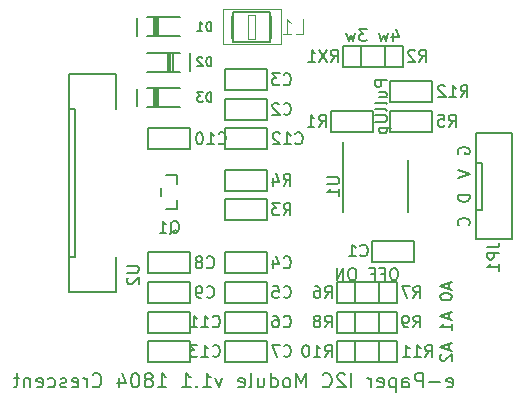
<source format=gbo>
G04 #@! TF.FileFunction,Legend,Bot*
%FSLAX46Y46*%
G04 Gerber Fmt 4.6, Leading zero omitted, Abs format (unit mm)*
G04 Created by KiCad (PCBNEW 4.0.1-stable) date 2018/04/18 7:14:41*
%MOMM*%
G01*
G04 APERTURE LIST*
%ADD10C,0.050000*%
%ADD11C,0.200000*%
%ADD12C,0.180000*%
%ADD13C,0.150000*%
%ADD14C,0.066040*%
%ADD15C,0.050800*%
%ADD16C,0.152400*%
%ADD17C,0.101600*%
G04 APERTURE END LIST*
D10*
D11*
X181464285Y-114035714D02*
X181464285Y-114702381D01*
X181702381Y-113654762D02*
X181940476Y-114369048D01*
X181321428Y-114369048D01*
X181035714Y-114035714D02*
X180845238Y-114702381D01*
X180654761Y-114226190D01*
X180464285Y-114702381D01*
X180273809Y-114035714D01*
X179226190Y-113702381D02*
X178607142Y-113702381D01*
X178940476Y-114083333D01*
X178797618Y-114083333D01*
X178702380Y-114130952D01*
X178654761Y-114178571D01*
X178607142Y-114273810D01*
X178607142Y-114511905D01*
X178654761Y-114607143D01*
X178702380Y-114654762D01*
X178797618Y-114702381D01*
X179083333Y-114702381D01*
X179178571Y-114654762D01*
X179226190Y-114607143D01*
X178273809Y-114035714D02*
X178083333Y-114702381D01*
X177892856Y-114226190D01*
X177702380Y-114702381D01*
X177511904Y-114035714D01*
X180952381Y-118035714D02*
X179952381Y-118035714D01*
X179952381Y-118416667D01*
X180000000Y-118511905D01*
X180047619Y-118559524D01*
X180142857Y-118607143D01*
X180285714Y-118607143D01*
X180380952Y-118559524D01*
X180428571Y-118511905D01*
X180476190Y-118416667D01*
X180476190Y-118035714D01*
X180285714Y-119464286D02*
X180952381Y-119464286D01*
X180285714Y-119035714D02*
X180809524Y-119035714D01*
X180904762Y-119083333D01*
X180952381Y-119178571D01*
X180952381Y-119321429D01*
X180904762Y-119416667D01*
X180857143Y-119464286D01*
X180952381Y-120083333D02*
X180904762Y-119988095D01*
X180809524Y-119940476D01*
X179952381Y-119940476D01*
X180952381Y-120607143D02*
X180904762Y-120511905D01*
X180809524Y-120464286D01*
X179952381Y-120464286D01*
X179952381Y-120988096D02*
X180761905Y-120988096D01*
X180857143Y-121035715D01*
X180904762Y-121083334D01*
X180952381Y-121178572D01*
X180952381Y-121369049D01*
X180904762Y-121464287D01*
X180857143Y-121511906D01*
X180761905Y-121559525D01*
X179952381Y-121559525D01*
X180285714Y-122035715D02*
X181285714Y-122035715D01*
X180333333Y-122035715D02*
X180285714Y-122130953D01*
X180285714Y-122321430D01*
X180333333Y-122416668D01*
X180380952Y-122464287D01*
X180476190Y-122511906D01*
X180761905Y-122511906D01*
X180857143Y-122464287D01*
X180904762Y-122416668D01*
X180952381Y-122321430D01*
X180952381Y-122130953D01*
X180904762Y-122035715D01*
X181630953Y-133952381D02*
X181440476Y-133952381D01*
X181345238Y-134000000D01*
X181250000Y-134095238D01*
X181202381Y-134285714D01*
X181202381Y-134619048D01*
X181250000Y-134809524D01*
X181345238Y-134904762D01*
X181440476Y-134952381D01*
X181630953Y-134952381D01*
X181726191Y-134904762D01*
X181821429Y-134809524D01*
X181869048Y-134619048D01*
X181869048Y-134285714D01*
X181821429Y-134095238D01*
X181726191Y-134000000D01*
X181630953Y-133952381D01*
X180440476Y-134428571D02*
X180773810Y-134428571D01*
X180773810Y-134952381D02*
X180773810Y-133952381D01*
X180297619Y-133952381D01*
X179583333Y-134428571D02*
X179916667Y-134428571D01*
X179916667Y-134952381D02*
X179916667Y-133952381D01*
X179440476Y-133952381D01*
X178107143Y-133952381D02*
X177916666Y-133952381D01*
X177821428Y-134000000D01*
X177726190Y-134095238D01*
X177678571Y-134285714D01*
X177678571Y-134619048D01*
X177726190Y-134809524D01*
X177821428Y-134904762D01*
X177916666Y-134952381D01*
X178107143Y-134952381D01*
X178202381Y-134904762D01*
X178297619Y-134809524D01*
X178345238Y-134619048D01*
X178345238Y-134285714D01*
X178297619Y-134095238D01*
X178202381Y-134000000D01*
X178107143Y-133952381D01*
X177250000Y-134952381D02*
X177250000Y-133952381D01*
X176678571Y-134952381D01*
X176678571Y-133952381D01*
X186166667Y-135214285D02*
X186166667Y-135690476D01*
X186452381Y-135119047D02*
X185452381Y-135452380D01*
X186452381Y-135785714D01*
X185452381Y-136309523D02*
X185452381Y-136404762D01*
X185500000Y-136500000D01*
X185547619Y-136547619D01*
X185642857Y-136595238D01*
X185833333Y-136642857D01*
X186071429Y-136642857D01*
X186261905Y-136595238D01*
X186357143Y-136547619D01*
X186404762Y-136500000D01*
X186452381Y-136404762D01*
X186452381Y-136309523D01*
X186404762Y-136214285D01*
X186357143Y-136166666D01*
X186261905Y-136119047D01*
X186071429Y-136071428D01*
X185833333Y-136071428D01*
X185642857Y-136119047D01*
X185547619Y-136166666D01*
X185500000Y-136214285D01*
X185452381Y-136309523D01*
X186166667Y-137785714D02*
X186166667Y-138261905D01*
X186452381Y-137690476D02*
X185452381Y-138023809D01*
X186452381Y-138357143D01*
X186452381Y-139214286D02*
X186452381Y-138642857D01*
X186452381Y-138928571D02*
X185452381Y-138928571D01*
X185595238Y-138833333D01*
X185690476Y-138738095D01*
X185738095Y-138642857D01*
X186166667Y-140357143D02*
X186166667Y-140833334D01*
X186452381Y-140261905D02*
X185452381Y-140595238D01*
X186452381Y-140928572D01*
X185547619Y-141214286D02*
X185500000Y-141261905D01*
X185452381Y-141357143D01*
X185452381Y-141595239D01*
X185500000Y-141690477D01*
X185547619Y-141738096D01*
X185642857Y-141785715D01*
X185738095Y-141785715D01*
X185880952Y-141738096D01*
X186452381Y-141166667D01*
X186452381Y-141785715D01*
X186028570Y-143985714D02*
X186142856Y-144042857D01*
X186371427Y-144042857D01*
X186485713Y-143985714D01*
X186542856Y-143871429D01*
X186542856Y-143414286D01*
X186485713Y-143300000D01*
X186371427Y-143242857D01*
X186142856Y-143242857D01*
X186028570Y-143300000D01*
X185971427Y-143414286D01*
X185971427Y-143528571D01*
X186542856Y-143642857D01*
X185457142Y-143585714D02*
X184542856Y-143585714D01*
X183971428Y-144042857D02*
X183971428Y-142842857D01*
X183514285Y-142842857D01*
X183399999Y-142900000D01*
X183342856Y-142957143D01*
X183285713Y-143071429D01*
X183285713Y-143242857D01*
X183342856Y-143357143D01*
X183399999Y-143414286D01*
X183514285Y-143471429D01*
X183971428Y-143471429D01*
X182257142Y-144042857D02*
X182257142Y-143414286D01*
X182314285Y-143300000D01*
X182428571Y-143242857D01*
X182657142Y-143242857D01*
X182771428Y-143300000D01*
X182257142Y-143985714D02*
X182371428Y-144042857D01*
X182657142Y-144042857D01*
X182771428Y-143985714D01*
X182828571Y-143871429D01*
X182828571Y-143757143D01*
X182771428Y-143642857D01*
X182657142Y-143585714D01*
X182371428Y-143585714D01*
X182257142Y-143528571D01*
X181685714Y-143242857D02*
X181685714Y-144442857D01*
X181685714Y-143300000D02*
X181571428Y-143242857D01*
X181342857Y-143242857D01*
X181228571Y-143300000D01*
X181171428Y-143357143D01*
X181114285Y-143471429D01*
X181114285Y-143814286D01*
X181171428Y-143928571D01*
X181228571Y-143985714D01*
X181342857Y-144042857D01*
X181571428Y-144042857D01*
X181685714Y-143985714D01*
X180142857Y-143985714D02*
X180257143Y-144042857D01*
X180485714Y-144042857D01*
X180600000Y-143985714D01*
X180657143Y-143871429D01*
X180657143Y-143414286D01*
X180600000Y-143300000D01*
X180485714Y-143242857D01*
X180257143Y-143242857D01*
X180142857Y-143300000D01*
X180085714Y-143414286D01*
X180085714Y-143528571D01*
X180657143Y-143642857D01*
X179571429Y-144042857D02*
X179571429Y-143242857D01*
X179571429Y-143471429D02*
X179514286Y-143357143D01*
X179457143Y-143300000D01*
X179342857Y-143242857D01*
X179228572Y-143242857D01*
X177914286Y-144042857D02*
X177914286Y-142842857D01*
X177400000Y-142957143D02*
X177342857Y-142900000D01*
X177228571Y-142842857D01*
X176942857Y-142842857D01*
X176828571Y-142900000D01*
X176771428Y-142957143D01*
X176714285Y-143071429D01*
X176714285Y-143185714D01*
X176771428Y-143357143D01*
X177457142Y-144042857D01*
X176714285Y-144042857D01*
X175514285Y-143928571D02*
X175571428Y-143985714D01*
X175742857Y-144042857D01*
X175857143Y-144042857D01*
X176028571Y-143985714D01*
X176142857Y-143871429D01*
X176200000Y-143757143D01*
X176257143Y-143528571D01*
X176257143Y-143357143D01*
X176200000Y-143128571D01*
X176142857Y-143014286D01*
X176028571Y-142900000D01*
X175857143Y-142842857D01*
X175742857Y-142842857D01*
X175571428Y-142900000D01*
X175514285Y-142957143D01*
X174085714Y-144042857D02*
X174085714Y-142842857D01*
X173685714Y-143700000D01*
X173285714Y-142842857D01*
X173285714Y-144042857D01*
X172542856Y-144042857D02*
X172657142Y-143985714D01*
X172714285Y-143928571D01*
X172771428Y-143814286D01*
X172771428Y-143471429D01*
X172714285Y-143357143D01*
X172657142Y-143300000D01*
X172542856Y-143242857D01*
X172371428Y-143242857D01*
X172257142Y-143300000D01*
X172199999Y-143357143D01*
X172142856Y-143471429D01*
X172142856Y-143814286D01*
X172199999Y-143928571D01*
X172257142Y-143985714D01*
X172371428Y-144042857D01*
X172542856Y-144042857D01*
X171114285Y-144042857D02*
X171114285Y-142842857D01*
X171114285Y-143985714D02*
X171228571Y-144042857D01*
X171457142Y-144042857D01*
X171571428Y-143985714D01*
X171628571Y-143928571D01*
X171685714Y-143814286D01*
X171685714Y-143471429D01*
X171628571Y-143357143D01*
X171571428Y-143300000D01*
X171457142Y-143242857D01*
X171228571Y-143242857D01*
X171114285Y-143300000D01*
X170028571Y-143242857D02*
X170028571Y-144042857D01*
X170542857Y-143242857D02*
X170542857Y-143871429D01*
X170485714Y-143985714D01*
X170371428Y-144042857D01*
X170200000Y-144042857D01*
X170085714Y-143985714D01*
X170028571Y-143928571D01*
X169285714Y-144042857D02*
X169400000Y-143985714D01*
X169457143Y-143871429D01*
X169457143Y-142842857D01*
X168371429Y-143985714D02*
X168485715Y-144042857D01*
X168714286Y-144042857D01*
X168828572Y-143985714D01*
X168885715Y-143871429D01*
X168885715Y-143414286D01*
X168828572Y-143300000D01*
X168714286Y-143242857D01*
X168485715Y-143242857D01*
X168371429Y-143300000D01*
X168314286Y-143414286D01*
X168314286Y-143528571D01*
X168885715Y-143642857D01*
X167000000Y-143242857D02*
X166714286Y-144042857D01*
X166428572Y-143242857D01*
X165342857Y-144042857D02*
X166028572Y-144042857D01*
X165685714Y-144042857D02*
X165685714Y-142842857D01*
X165800000Y-143014286D01*
X165914286Y-143128571D01*
X166028572Y-143185714D01*
X164828572Y-143928571D02*
X164771429Y-143985714D01*
X164828572Y-144042857D01*
X164885715Y-143985714D01*
X164828572Y-143928571D01*
X164828572Y-144042857D01*
X163628571Y-144042857D02*
X164314286Y-144042857D01*
X163971428Y-144042857D02*
X163971428Y-142842857D01*
X164085714Y-143014286D01*
X164200000Y-143128571D01*
X164314286Y-143185714D01*
X161571428Y-144042857D02*
X162257143Y-144042857D01*
X161914285Y-144042857D02*
X161914285Y-142842857D01*
X162028571Y-143014286D01*
X162142857Y-143128571D01*
X162257143Y-143185714D01*
X160885714Y-143357143D02*
X161000000Y-143300000D01*
X161057143Y-143242857D01*
X161114286Y-143128571D01*
X161114286Y-143071429D01*
X161057143Y-142957143D01*
X161000000Y-142900000D01*
X160885714Y-142842857D01*
X160657143Y-142842857D01*
X160542857Y-142900000D01*
X160485714Y-142957143D01*
X160428571Y-143071429D01*
X160428571Y-143128571D01*
X160485714Y-143242857D01*
X160542857Y-143300000D01*
X160657143Y-143357143D01*
X160885714Y-143357143D01*
X161000000Y-143414286D01*
X161057143Y-143471429D01*
X161114286Y-143585714D01*
X161114286Y-143814286D01*
X161057143Y-143928571D01*
X161000000Y-143985714D01*
X160885714Y-144042857D01*
X160657143Y-144042857D01*
X160542857Y-143985714D01*
X160485714Y-143928571D01*
X160428571Y-143814286D01*
X160428571Y-143585714D01*
X160485714Y-143471429D01*
X160542857Y-143414286D01*
X160657143Y-143357143D01*
X159685714Y-142842857D02*
X159571429Y-142842857D01*
X159457143Y-142900000D01*
X159400000Y-142957143D01*
X159342857Y-143071429D01*
X159285714Y-143300000D01*
X159285714Y-143585714D01*
X159342857Y-143814286D01*
X159400000Y-143928571D01*
X159457143Y-143985714D01*
X159571429Y-144042857D01*
X159685714Y-144042857D01*
X159800000Y-143985714D01*
X159857143Y-143928571D01*
X159914286Y-143814286D01*
X159971429Y-143585714D01*
X159971429Y-143300000D01*
X159914286Y-143071429D01*
X159857143Y-142957143D01*
X159800000Y-142900000D01*
X159685714Y-142842857D01*
X158257143Y-143242857D02*
X158257143Y-144042857D01*
X158542857Y-142785714D02*
X158828572Y-143642857D01*
X158085714Y-143642857D01*
X156028571Y-143928571D02*
X156085714Y-143985714D01*
X156257143Y-144042857D01*
X156371429Y-144042857D01*
X156542857Y-143985714D01*
X156657143Y-143871429D01*
X156714286Y-143757143D01*
X156771429Y-143528571D01*
X156771429Y-143357143D01*
X156714286Y-143128571D01*
X156657143Y-143014286D01*
X156542857Y-142900000D01*
X156371429Y-142842857D01*
X156257143Y-142842857D01*
X156085714Y-142900000D01*
X156028571Y-142957143D01*
X155514286Y-144042857D02*
X155514286Y-143242857D01*
X155514286Y-143471429D02*
X155457143Y-143357143D01*
X155400000Y-143300000D01*
X155285714Y-143242857D01*
X155171429Y-143242857D01*
X154314286Y-143985714D02*
X154428572Y-144042857D01*
X154657143Y-144042857D01*
X154771429Y-143985714D01*
X154828572Y-143871429D01*
X154828572Y-143414286D01*
X154771429Y-143300000D01*
X154657143Y-143242857D01*
X154428572Y-143242857D01*
X154314286Y-143300000D01*
X154257143Y-143414286D01*
X154257143Y-143528571D01*
X154828572Y-143642857D01*
X153800001Y-143985714D02*
X153685715Y-144042857D01*
X153457143Y-144042857D01*
X153342858Y-143985714D01*
X153285715Y-143871429D01*
X153285715Y-143814286D01*
X153342858Y-143700000D01*
X153457143Y-143642857D01*
X153628572Y-143642857D01*
X153742858Y-143585714D01*
X153800001Y-143471429D01*
X153800001Y-143414286D01*
X153742858Y-143300000D01*
X153628572Y-143242857D01*
X153457143Y-143242857D01*
X153342858Y-143300000D01*
X152257143Y-143985714D02*
X152371429Y-144042857D01*
X152600000Y-144042857D01*
X152714286Y-143985714D01*
X152771429Y-143928571D01*
X152828572Y-143814286D01*
X152828572Y-143471429D01*
X152771429Y-143357143D01*
X152714286Y-143300000D01*
X152600000Y-143242857D01*
X152371429Y-143242857D01*
X152257143Y-143300000D01*
X151285715Y-143985714D02*
X151400001Y-144042857D01*
X151628572Y-144042857D01*
X151742858Y-143985714D01*
X151800001Y-143871429D01*
X151800001Y-143414286D01*
X151742858Y-143300000D01*
X151628572Y-143242857D01*
X151400001Y-143242857D01*
X151285715Y-143300000D01*
X151228572Y-143414286D01*
X151228572Y-143528571D01*
X151800001Y-143642857D01*
X150714287Y-143242857D02*
X150714287Y-144042857D01*
X150714287Y-143357143D02*
X150657144Y-143300000D01*
X150542858Y-143242857D01*
X150371430Y-143242857D01*
X150257144Y-143300000D01*
X150200001Y-143414286D01*
X150200001Y-144042857D01*
X149800001Y-143242857D02*
X149342858Y-143242857D01*
X149628573Y-142842857D02*
X149628573Y-143871429D01*
X149571430Y-143985714D01*
X149457144Y-144042857D01*
X149342858Y-144042857D01*
D12*
X179722000Y-133389000D02*
X183278000Y-133389000D01*
X183278000Y-133389000D02*
X183278000Y-131611000D01*
X183278000Y-131611000D02*
X179722000Y-131611000D01*
X179722000Y-131611000D02*
X179722000Y-133389000D01*
X170778000Y-119611000D02*
X167222000Y-119611000D01*
X167222000Y-119611000D02*
X167222000Y-121389000D01*
X167222000Y-121389000D02*
X170778000Y-121389000D01*
X170778000Y-121389000D02*
X170778000Y-119611000D01*
X167222000Y-118889000D02*
X170778000Y-118889000D01*
X170778000Y-118889000D02*
X170778000Y-117111000D01*
X170778000Y-117111000D02*
X167222000Y-117111000D01*
X167222000Y-117111000D02*
X167222000Y-118889000D01*
X167222000Y-134389000D02*
X170778000Y-134389000D01*
X170778000Y-134389000D02*
X170778000Y-132611000D01*
X170778000Y-132611000D02*
X167222000Y-132611000D01*
X167222000Y-132611000D02*
X167222000Y-134389000D01*
X167222000Y-136889000D02*
X170778000Y-136889000D01*
X170778000Y-136889000D02*
X170778000Y-135111000D01*
X170778000Y-135111000D02*
X167222000Y-135111000D01*
X167222000Y-135111000D02*
X167222000Y-136889000D01*
X167222000Y-139389000D02*
X170778000Y-139389000D01*
X170778000Y-139389000D02*
X170778000Y-137611000D01*
X170778000Y-137611000D02*
X167222000Y-137611000D01*
X167222000Y-137611000D02*
X167222000Y-139389000D01*
X167222000Y-141889000D02*
X170778000Y-141889000D01*
X170778000Y-141889000D02*
X170778000Y-140111000D01*
X170778000Y-140111000D02*
X167222000Y-140111000D01*
X167222000Y-140111000D02*
X167222000Y-141889000D01*
X160722000Y-134389000D02*
X164278000Y-134389000D01*
X164278000Y-134389000D02*
X164278000Y-132611000D01*
X164278000Y-132611000D02*
X160722000Y-132611000D01*
X160722000Y-132611000D02*
X160722000Y-134389000D01*
X160722000Y-136889000D02*
X164278000Y-136889000D01*
X164278000Y-136889000D02*
X164278000Y-135111000D01*
X164278000Y-135111000D02*
X160722000Y-135111000D01*
X160722000Y-135111000D02*
X160722000Y-136889000D01*
X160722000Y-123889000D02*
X164278000Y-123889000D01*
X164278000Y-123889000D02*
X164278000Y-122111000D01*
X164278000Y-122111000D02*
X160722000Y-122111000D01*
X160722000Y-122111000D02*
X160722000Y-123889000D01*
X160722000Y-139389000D02*
X164278000Y-139389000D01*
X164278000Y-139389000D02*
X164278000Y-137611000D01*
X164278000Y-137611000D02*
X160722000Y-137611000D01*
X160722000Y-137611000D02*
X160722000Y-139389000D01*
X167222000Y-123889000D02*
X170778000Y-123889000D01*
X170778000Y-123889000D02*
X170778000Y-122111000D01*
X170778000Y-122111000D02*
X167222000Y-122111000D01*
X167222000Y-122111000D02*
X167222000Y-123889000D01*
X160722000Y-141889000D02*
X164278000Y-141889000D01*
X164278000Y-141889000D02*
X164278000Y-140111000D01*
X164278000Y-140111000D02*
X160722000Y-140111000D01*
X160722000Y-140111000D02*
X160722000Y-141889000D01*
D13*
X188500000Y-125000000D02*
X189000000Y-125000000D01*
X189000000Y-125000000D02*
X189000000Y-129000000D01*
X189000000Y-129000000D02*
X188500000Y-129000000D01*
X188500000Y-127000000D02*
X188500000Y-131500000D01*
X188500000Y-131500000D02*
X191500000Y-131500000D01*
X191500000Y-131500000D02*
X191500000Y-122500000D01*
X191500000Y-122500000D02*
X188500000Y-122500000D01*
X188500000Y-122500000D02*
X188500000Y-127000000D01*
D14*
X169200280Y-112501780D02*
X169799720Y-112501780D01*
X169799720Y-112501780D02*
X169799720Y-114498220D01*
X169200280Y-114498220D02*
X169799720Y-114498220D01*
X169200280Y-112501780D02*
X169200280Y-114498220D01*
D15*
X167028580Y-114980820D02*
X171971420Y-114980820D01*
X171971420Y-112019180D02*
X167028580Y-112019180D01*
X167028580Y-112019180D02*
X167028580Y-114980820D01*
X171971420Y-114980820D02*
X171971420Y-112019180D01*
D16*
X167925200Y-114770000D02*
X171074800Y-114770000D01*
X171074800Y-114770000D02*
X171074800Y-112230000D01*
X171074800Y-112230000D02*
X167925200Y-112230000D01*
X167925200Y-112230000D02*
X167925200Y-114770000D01*
X167849000Y-114439800D02*
X167849000Y-112560200D01*
X171151000Y-114439800D02*
X171151000Y-112560200D01*
D12*
X163150000Y-128950000D02*
X163150000Y-128150000D01*
X163150000Y-126050000D02*
X163150000Y-126850000D01*
X163150000Y-128950000D02*
X162200000Y-128950000D01*
X163150000Y-126050000D02*
X162200000Y-126050000D01*
X161850000Y-127850000D02*
X161850000Y-127150000D01*
X176222000Y-122389000D02*
X179778000Y-122389000D01*
X179778000Y-122389000D02*
X179778000Y-120611000D01*
X179778000Y-120611000D02*
X176222000Y-120611000D01*
X176222000Y-120611000D02*
X176222000Y-122389000D01*
X178722000Y-116889000D02*
X182278000Y-116889000D01*
X182278000Y-116889000D02*
X182278000Y-115111000D01*
X182278000Y-115111000D02*
X178722000Y-115111000D01*
X178722000Y-115111000D02*
X178722000Y-116889000D01*
X167222000Y-129889000D02*
X170778000Y-129889000D01*
X170778000Y-129889000D02*
X170778000Y-128111000D01*
X170778000Y-128111000D02*
X167222000Y-128111000D01*
X167222000Y-128111000D02*
X167222000Y-129889000D01*
X167222000Y-127389000D02*
X170778000Y-127389000D01*
X170778000Y-127389000D02*
X170778000Y-125611000D01*
X170778000Y-125611000D02*
X167222000Y-125611000D01*
X167222000Y-125611000D02*
X167222000Y-127389000D01*
X176722000Y-136889000D02*
X180278000Y-136889000D01*
X180278000Y-136889000D02*
X180278000Y-135111000D01*
X180278000Y-135111000D02*
X176722000Y-135111000D01*
X176722000Y-135111000D02*
X176722000Y-136889000D01*
X178222000Y-136889000D02*
X181778000Y-136889000D01*
X181778000Y-136889000D02*
X181778000Y-135111000D01*
X181778000Y-135111000D02*
X178222000Y-135111000D01*
X178222000Y-135111000D02*
X178222000Y-136889000D01*
X176722000Y-139389000D02*
X180278000Y-139389000D01*
X180278000Y-139389000D02*
X180278000Y-137611000D01*
X180278000Y-137611000D02*
X176722000Y-137611000D01*
X176722000Y-137611000D02*
X176722000Y-139389000D01*
X178222000Y-139389000D02*
X181778000Y-139389000D01*
X181778000Y-139389000D02*
X181778000Y-137611000D01*
X181778000Y-137611000D02*
X178222000Y-137611000D01*
X178222000Y-137611000D02*
X178222000Y-139389000D01*
X176722000Y-141889000D02*
X180278000Y-141889000D01*
X180278000Y-141889000D02*
X180278000Y-140111000D01*
X180278000Y-140111000D02*
X176722000Y-140111000D01*
X176722000Y-140111000D02*
X176722000Y-141889000D01*
X178222000Y-141889000D02*
X181778000Y-141889000D01*
X181778000Y-141889000D02*
X181778000Y-140111000D01*
X181778000Y-140111000D02*
X178222000Y-140111000D01*
X178222000Y-140111000D02*
X178222000Y-141889000D01*
X177222000Y-116889000D02*
X180778000Y-116889000D01*
X180778000Y-116889000D02*
X180778000Y-115111000D01*
X180778000Y-115111000D02*
X177222000Y-115111000D01*
X177222000Y-115111000D02*
X177222000Y-116889000D01*
D13*
X182725000Y-124800000D02*
X182725000Y-129200000D01*
X177200000Y-123225000D02*
X177200000Y-129200000D01*
X154500000Y-120500000D02*
X154000000Y-120500000D01*
X154500000Y-133000000D02*
X154000000Y-133000000D01*
X154500000Y-133000000D02*
X154500000Y-120500000D01*
X158000000Y-136000000D02*
X158000000Y-133000000D01*
X158000000Y-136000000D02*
X154000000Y-136000000D01*
X154000000Y-136000000D02*
X154000000Y-117500000D01*
X154000000Y-117500000D02*
X158000000Y-117500000D01*
X158000000Y-117500000D02*
X158000000Y-120500000D01*
X159750000Y-114250000D02*
X159750000Y-112750000D01*
X163400000Y-112700000D02*
X160600000Y-112700000D01*
X161600000Y-114300000D02*
X161600000Y-112700000D01*
X161400000Y-112700000D02*
X161400000Y-114300000D01*
X161200000Y-114300000D02*
X161200000Y-112700000D01*
X160600000Y-114300000D02*
X163400000Y-114300000D01*
X164250000Y-115750000D02*
X164250000Y-117250000D01*
X160600000Y-117300000D02*
X163400000Y-117300000D01*
X162400000Y-115700000D02*
X162400000Y-117300000D01*
X162600000Y-117300000D02*
X162600000Y-115700000D01*
X162800000Y-115700000D02*
X162800000Y-117300000D01*
X163400000Y-115700000D02*
X160600000Y-115700000D01*
X159750000Y-120250000D02*
X159750000Y-118750000D01*
X163400000Y-118700000D02*
X160600000Y-118700000D01*
X161600000Y-120300000D02*
X161600000Y-118700000D01*
X161400000Y-118700000D02*
X161400000Y-120300000D01*
X161200000Y-120300000D02*
X161200000Y-118700000D01*
X160600000Y-120300000D02*
X163400000Y-120300000D01*
D12*
X181222000Y-122389000D02*
X184778000Y-122389000D01*
X184778000Y-122389000D02*
X184778000Y-120611000D01*
X184778000Y-120611000D02*
X181222000Y-120611000D01*
X181222000Y-120611000D02*
X181222000Y-122389000D01*
X181222000Y-119889000D02*
X184778000Y-119889000D01*
X184778000Y-119889000D02*
X184778000Y-118111000D01*
X184778000Y-118111000D02*
X181222000Y-118111000D01*
X181222000Y-118111000D02*
X181222000Y-119889000D01*
X178690476Y-132857143D02*
X178738095Y-132904762D01*
X178880952Y-132952381D01*
X178976190Y-132952381D01*
X179119048Y-132904762D01*
X179214286Y-132809524D01*
X179261905Y-132714286D01*
X179309524Y-132523810D01*
X179309524Y-132380952D01*
X179261905Y-132190476D01*
X179214286Y-132095238D01*
X179119048Y-132000000D01*
X178976190Y-131952381D01*
X178880952Y-131952381D01*
X178738095Y-132000000D01*
X178690476Y-132047619D01*
X177738095Y-132952381D02*
X178309524Y-132952381D01*
X178023810Y-132952381D02*
X178023810Y-131952381D01*
X178119048Y-132095238D01*
X178214286Y-132190476D01*
X178309524Y-132238095D01*
X172190476Y-120857143D02*
X172238095Y-120904762D01*
X172380952Y-120952381D01*
X172476190Y-120952381D01*
X172619048Y-120904762D01*
X172714286Y-120809524D01*
X172761905Y-120714286D01*
X172809524Y-120523810D01*
X172809524Y-120380952D01*
X172761905Y-120190476D01*
X172714286Y-120095238D01*
X172619048Y-120000000D01*
X172476190Y-119952381D01*
X172380952Y-119952381D01*
X172238095Y-120000000D01*
X172190476Y-120047619D01*
X171809524Y-120047619D02*
X171761905Y-120000000D01*
X171666667Y-119952381D01*
X171428571Y-119952381D01*
X171333333Y-120000000D01*
X171285714Y-120047619D01*
X171238095Y-120142857D01*
X171238095Y-120238095D01*
X171285714Y-120380952D01*
X171857143Y-120952381D01*
X171238095Y-120952381D01*
X172190476Y-118357143D02*
X172238095Y-118404762D01*
X172380952Y-118452381D01*
X172476190Y-118452381D01*
X172619048Y-118404762D01*
X172714286Y-118309524D01*
X172761905Y-118214286D01*
X172809524Y-118023810D01*
X172809524Y-117880952D01*
X172761905Y-117690476D01*
X172714286Y-117595238D01*
X172619048Y-117500000D01*
X172476190Y-117452381D01*
X172380952Y-117452381D01*
X172238095Y-117500000D01*
X172190476Y-117547619D01*
X171857143Y-117452381D02*
X171238095Y-117452381D01*
X171571429Y-117833333D01*
X171428571Y-117833333D01*
X171333333Y-117880952D01*
X171285714Y-117928571D01*
X171238095Y-118023810D01*
X171238095Y-118261905D01*
X171285714Y-118357143D01*
X171333333Y-118404762D01*
X171428571Y-118452381D01*
X171714286Y-118452381D01*
X171809524Y-118404762D01*
X171857143Y-118357143D01*
X172190476Y-133857143D02*
X172238095Y-133904762D01*
X172380952Y-133952381D01*
X172476190Y-133952381D01*
X172619048Y-133904762D01*
X172714286Y-133809524D01*
X172761905Y-133714286D01*
X172809524Y-133523810D01*
X172809524Y-133380952D01*
X172761905Y-133190476D01*
X172714286Y-133095238D01*
X172619048Y-133000000D01*
X172476190Y-132952381D01*
X172380952Y-132952381D01*
X172238095Y-133000000D01*
X172190476Y-133047619D01*
X171333333Y-133285714D02*
X171333333Y-133952381D01*
X171571429Y-132904762D02*
X171809524Y-133619048D01*
X171190476Y-133619048D01*
X172190476Y-136357143D02*
X172238095Y-136404762D01*
X172380952Y-136452381D01*
X172476190Y-136452381D01*
X172619048Y-136404762D01*
X172714286Y-136309524D01*
X172761905Y-136214286D01*
X172809524Y-136023810D01*
X172809524Y-135880952D01*
X172761905Y-135690476D01*
X172714286Y-135595238D01*
X172619048Y-135500000D01*
X172476190Y-135452381D01*
X172380952Y-135452381D01*
X172238095Y-135500000D01*
X172190476Y-135547619D01*
X171285714Y-135452381D02*
X171761905Y-135452381D01*
X171809524Y-135928571D01*
X171761905Y-135880952D01*
X171666667Y-135833333D01*
X171428571Y-135833333D01*
X171333333Y-135880952D01*
X171285714Y-135928571D01*
X171238095Y-136023810D01*
X171238095Y-136261905D01*
X171285714Y-136357143D01*
X171333333Y-136404762D01*
X171428571Y-136452381D01*
X171666667Y-136452381D01*
X171761905Y-136404762D01*
X171809524Y-136357143D01*
X172190476Y-138857143D02*
X172238095Y-138904762D01*
X172380952Y-138952381D01*
X172476190Y-138952381D01*
X172619048Y-138904762D01*
X172714286Y-138809524D01*
X172761905Y-138714286D01*
X172809524Y-138523810D01*
X172809524Y-138380952D01*
X172761905Y-138190476D01*
X172714286Y-138095238D01*
X172619048Y-138000000D01*
X172476190Y-137952381D01*
X172380952Y-137952381D01*
X172238095Y-138000000D01*
X172190476Y-138047619D01*
X171333333Y-137952381D02*
X171523810Y-137952381D01*
X171619048Y-138000000D01*
X171666667Y-138047619D01*
X171761905Y-138190476D01*
X171809524Y-138380952D01*
X171809524Y-138761905D01*
X171761905Y-138857143D01*
X171714286Y-138904762D01*
X171619048Y-138952381D01*
X171428571Y-138952381D01*
X171333333Y-138904762D01*
X171285714Y-138857143D01*
X171238095Y-138761905D01*
X171238095Y-138523810D01*
X171285714Y-138428571D01*
X171333333Y-138380952D01*
X171428571Y-138333333D01*
X171619048Y-138333333D01*
X171714286Y-138380952D01*
X171761905Y-138428571D01*
X171809524Y-138523810D01*
X172190476Y-141357143D02*
X172238095Y-141404762D01*
X172380952Y-141452381D01*
X172476190Y-141452381D01*
X172619048Y-141404762D01*
X172714286Y-141309524D01*
X172761905Y-141214286D01*
X172809524Y-141023810D01*
X172809524Y-140880952D01*
X172761905Y-140690476D01*
X172714286Y-140595238D01*
X172619048Y-140500000D01*
X172476190Y-140452381D01*
X172380952Y-140452381D01*
X172238095Y-140500000D01*
X172190476Y-140547619D01*
X171857143Y-140452381D02*
X171190476Y-140452381D01*
X171619048Y-141452381D01*
X165690476Y-133857143D02*
X165738095Y-133904762D01*
X165880952Y-133952381D01*
X165976190Y-133952381D01*
X166119048Y-133904762D01*
X166214286Y-133809524D01*
X166261905Y-133714286D01*
X166309524Y-133523810D01*
X166309524Y-133380952D01*
X166261905Y-133190476D01*
X166214286Y-133095238D01*
X166119048Y-133000000D01*
X165976190Y-132952381D01*
X165880952Y-132952381D01*
X165738095Y-133000000D01*
X165690476Y-133047619D01*
X165119048Y-133380952D02*
X165214286Y-133333333D01*
X165261905Y-133285714D01*
X165309524Y-133190476D01*
X165309524Y-133142857D01*
X165261905Y-133047619D01*
X165214286Y-133000000D01*
X165119048Y-132952381D01*
X164928571Y-132952381D01*
X164833333Y-133000000D01*
X164785714Y-133047619D01*
X164738095Y-133142857D01*
X164738095Y-133190476D01*
X164785714Y-133285714D01*
X164833333Y-133333333D01*
X164928571Y-133380952D01*
X165119048Y-133380952D01*
X165214286Y-133428571D01*
X165261905Y-133476190D01*
X165309524Y-133571429D01*
X165309524Y-133761905D01*
X165261905Y-133857143D01*
X165214286Y-133904762D01*
X165119048Y-133952381D01*
X164928571Y-133952381D01*
X164833333Y-133904762D01*
X164785714Y-133857143D01*
X164738095Y-133761905D01*
X164738095Y-133571429D01*
X164785714Y-133476190D01*
X164833333Y-133428571D01*
X164928571Y-133380952D01*
X165690476Y-136357143D02*
X165738095Y-136404762D01*
X165880952Y-136452381D01*
X165976190Y-136452381D01*
X166119048Y-136404762D01*
X166214286Y-136309524D01*
X166261905Y-136214286D01*
X166309524Y-136023810D01*
X166309524Y-135880952D01*
X166261905Y-135690476D01*
X166214286Y-135595238D01*
X166119048Y-135500000D01*
X165976190Y-135452381D01*
X165880952Y-135452381D01*
X165738095Y-135500000D01*
X165690476Y-135547619D01*
X165214286Y-136452381D02*
X165023810Y-136452381D01*
X164928571Y-136404762D01*
X164880952Y-136357143D01*
X164785714Y-136214286D01*
X164738095Y-136023810D01*
X164738095Y-135642857D01*
X164785714Y-135547619D01*
X164833333Y-135500000D01*
X164928571Y-135452381D01*
X165119048Y-135452381D01*
X165214286Y-135500000D01*
X165261905Y-135547619D01*
X165309524Y-135642857D01*
X165309524Y-135880952D01*
X165261905Y-135976190D01*
X165214286Y-136023810D01*
X165119048Y-136071429D01*
X164928571Y-136071429D01*
X164833333Y-136023810D01*
X164785714Y-135976190D01*
X164738095Y-135880952D01*
X166690476Y-123357143D02*
X166738095Y-123404762D01*
X166880952Y-123452381D01*
X166976190Y-123452381D01*
X167119048Y-123404762D01*
X167214286Y-123309524D01*
X167261905Y-123214286D01*
X167309524Y-123023810D01*
X167309524Y-122880952D01*
X167261905Y-122690476D01*
X167214286Y-122595238D01*
X167119048Y-122500000D01*
X166976190Y-122452381D01*
X166880952Y-122452381D01*
X166738095Y-122500000D01*
X166690476Y-122547619D01*
X165738095Y-123452381D02*
X166309524Y-123452381D01*
X166023810Y-123452381D02*
X166023810Y-122452381D01*
X166119048Y-122595238D01*
X166214286Y-122690476D01*
X166309524Y-122738095D01*
X165119048Y-122452381D02*
X165023809Y-122452381D01*
X164928571Y-122500000D01*
X164880952Y-122547619D01*
X164833333Y-122642857D01*
X164785714Y-122833333D01*
X164785714Y-123071429D01*
X164833333Y-123261905D01*
X164880952Y-123357143D01*
X164928571Y-123404762D01*
X165023809Y-123452381D01*
X165119048Y-123452381D01*
X165214286Y-123404762D01*
X165261905Y-123357143D01*
X165309524Y-123261905D01*
X165357143Y-123071429D01*
X165357143Y-122833333D01*
X165309524Y-122642857D01*
X165261905Y-122547619D01*
X165214286Y-122500000D01*
X165119048Y-122452381D01*
X166190476Y-138857143D02*
X166238095Y-138904762D01*
X166380952Y-138952381D01*
X166476190Y-138952381D01*
X166619048Y-138904762D01*
X166714286Y-138809524D01*
X166761905Y-138714286D01*
X166809524Y-138523810D01*
X166809524Y-138380952D01*
X166761905Y-138190476D01*
X166714286Y-138095238D01*
X166619048Y-138000000D01*
X166476190Y-137952381D01*
X166380952Y-137952381D01*
X166238095Y-138000000D01*
X166190476Y-138047619D01*
X165238095Y-138952381D02*
X165809524Y-138952381D01*
X165523810Y-138952381D02*
X165523810Y-137952381D01*
X165619048Y-138095238D01*
X165714286Y-138190476D01*
X165809524Y-138238095D01*
X164285714Y-138952381D02*
X164857143Y-138952381D01*
X164571429Y-138952381D02*
X164571429Y-137952381D01*
X164666667Y-138095238D01*
X164761905Y-138190476D01*
X164857143Y-138238095D01*
X173190476Y-123357143D02*
X173238095Y-123404762D01*
X173380952Y-123452381D01*
X173476190Y-123452381D01*
X173619048Y-123404762D01*
X173714286Y-123309524D01*
X173761905Y-123214286D01*
X173809524Y-123023810D01*
X173809524Y-122880952D01*
X173761905Y-122690476D01*
X173714286Y-122595238D01*
X173619048Y-122500000D01*
X173476190Y-122452381D01*
X173380952Y-122452381D01*
X173238095Y-122500000D01*
X173190476Y-122547619D01*
X172238095Y-123452381D02*
X172809524Y-123452381D01*
X172523810Y-123452381D02*
X172523810Y-122452381D01*
X172619048Y-122595238D01*
X172714286Y-122690476D01*
X172809524Y-122738095D01*
X171857143Y-122547619D02*
X171809524Y-122500000D01*
X171714286Y-122452381D01*
X171476190Y-122452381D01*
X171380952Y-122500000D01*
X171333333Y-122547619D01*
X171285714Y-122642857D01*
X171285714Y-122738095D01*
X171333333Y-122880952D01*
X171904762Y-123452381D01*
X171285714Y-123452381D01*
X166190476Y-141357143D02*
X166238095Y-141404762D01*
X166380952Y-141452381D01*
X166476190Y-141452381D01*
X166619048Y-141404762D01*
X166714286Y-141309524D01*
X166761905Y-141214286D01*
X166809524Y-141023810D01*
X166809524Y-140880952D01*
X166761905Y-140690476D01*
X166714286Y-140595238D01*
X166619048Y-140500000D01*
X166476190Y-140452381D01*
X166380952Y-140452381D01*
X166238095Y-140500000D01*
X166190476Y-140547619D01*
X165238095Y-141452381D02*
X165809524Y-141452381D01*
X165523810Y-141452381D02*
X165523810Y-140452381D01*
X165619048Y-140595238D01*
X165714286Y-140690476D01*
X165809524Y-140738095D01*
X164904762Y-140452381D02*
X164285714Y-140452381D01*
X164619048Y-140833333D01*
X164476190Y-140833333D01*
X164380952Y-140880952D01*
X164333333Y-140928571D01*
X164285714Y-141023810D01*
X164285714Y-141261905D01*
X164333333Y-141357143D01*
X164380952Y-141404762D01*
X164476190Y-141452381D01*
X164761905Y-141452381D01*
X164857143Y-141404762D01*
X164904762Y-141357143D01*
D13*
X189452381Y-132166667D02*
X190166667Y-132166667D01*
X190309524Y-132119047D01*
X190404762Y-132023809D01*
X190452381Y-131880952D01*
X190452381Y-131785714D01*
X190452381Y-132642857D02*
X189452381Y-132642857D01*
X189452381Y-133023810D01*
X189500000Y-133119048D01*
X189547619Y-133166667D01*
X189642857Y-133214286D01*
X189785714Y-133214286D01*
X189880952Y-133166667D01*
X189928571Y-133119048D01*
X189976190Y-133023810D01*
X189976190Y-132642857D01*
X190452381Y-134166667D02*
X190452381Y-133595238D01*
X190452381Y-133880952D02*
X189452381Y-133880952D01*
X189595238Y-133785714D01*
X189690476Y-133690476D01*
X189738095Y-133595238D01*
X187857143Y-130309524D02*
X187904762Y-130261905D01*
X187952381Y-130119048D01*
X187952381Y-130023810D01*
X187904762Y-129880952D01*
X187809524Y-129785714D01*
X187714286Y-129738095D01*
X187523810Y-129690476D01*
X187380952Y-129690476D01*
X187190476Y-129738095D01*
X187095238Y-129785714D01*
X187000000Y-129880952D01*
X186952381Y-130023810D01*
X186952381Y-130119048D01*
X187000000Y-130261905D01*
X187047619Y-130309524D01*
X187952381Y-127738095D02*
X186952381Y-127738095D01*
X186952381Y-127976190D01*
X187000000Y-128119048D01*
X187095238Y-128214286D01*
X187190476Y-128261905D01*
X187380952Y-128309524D01*
X187523810Y-128309524D01*
X187714286Y-128261905D01*
X187809524Y-128214286D01*
X187904762Y-128119048D01*
X187952381Y-127976190D01*
X187952381Y-127738095D01*
X186952381Y-125666667D02*
X187952381Y-126000000D01*
X186952381Y-126333334D01*
X187000000Y-124261905D02*
X186952381Y-124166667D01*
X186952381Y-124023810D01*
X187000000Y-123880952D01*
X187095238Y-123785714D01*
X187190476Y-123738095D01*
X187380952Y-123690476D01*
X187523810Y-123690476D01*
X187714286Y-123738095D01*
X187809524Y-123785714D01*
X187904762Y-123880952D01*
X187952381Y-124023810D01*
X187952381Y-124119048D01*
X187904762Y-124261905D01*
X187857143Y-124309524D01*
X187523810Y-124309524D01*
X187523810Y-124119048D01*
D17*
X173211666Y-114074524D02*
X173816428Y-114074524D01*
X173816428Y-112804524D01*
X172123095Y-114074524D02*
X172848809Y-114074524D01*
X172485952Y-114074524D02*
X172485952Y-112804524D01*
X172606904Y-112985952D01*
X172727857Y-113106905D01*
X172848809Y-113167381D01*
D12*
X162595238Y-131047619D02*
X162690476Y-131000000D01*
X162785714Y-130904762D01*
X162928571Y-130761905D01*
X163023810Y-130714286D01*
X163119048Y-130714286D01*
X163071429Y-130952381D02*
X163166667Y-130904762D01*
X163261905Y-130809524D01*
X163309524Y-130619048D01*
X163309524Y-130285714D01*
X163261905Y-130095238D01*
X163166667Y-130000000D01*
X163071429Y-129952381D01*
X162880952Y-129952381D01*
X162785714Y-130000000D01*
X162690476Y-130095238D01*
X162642857Y-130285714D01*
X162642857Y-130619048D01*
X162690476Y-130809524D01*
X162785714Y-130904762D01*
X162880952Y-130952381D01*
X163071429Y-130952381D01*
X161690476Y-130952381D02*
X162261905Y-130952381D01*
X161976191Y-130952381D02*
X161976191Y-129952381D01*
X162071429Y-130095238D01*
X162166667Y-130190476D01*
X162261905Y-130238095D01*
X175190476Y-121952381D02*
X175523810Y-121476190D01*
X175761905Y-121952381D02*
X175761905Y-120952381D01*
X175380952Y-120952381D01*
X175285714Y-121000000D01*
X175238095Y-121047619D01*
X175190476Y-121142857D01*
X175190476Y-121285714D01*
X175238095Y-121380952D01*
X175285714Y-121428571D01*
X175380952Y-121476190D01*
X175761905Y-121476190D01*
X174238095Y-121952381D02*
X174809524Y-121952381D01*
X174523810Y-121952381D02*
X174523810Y-120952381D01*
X174619048Y-121095238D01*
X174714286Y-121190476D01*
X174809524Y-121238095D01*
X183690476Y-116452381D02*
X184023810Y-115976190D01*
X184261905Y-116452381D02*
X184261905Y-115452381D01*
X183880952Y-115452381D01*
X183785714Y-115500000D01*
X183738095Y-115547619D01*
X183690476Y-115642857D01*
X183690476Y-115785714D01*
X183738095Y-115880952D01*
X183785714Y-115928571D01*
X183880952Y-115976190D01*
X184261905Y-115976190D01*
X183309524Y-115547619D02*
X183261905Y-115500000D01*
X183166667Y-115452381D01*
X182928571Y-115452381D01*
X182833333Y-115500000D01*
X182785714Y-115547619D01*
X182738095Y-115642857D01*
X182738095Y-115738095D01*
X182785714Y-115880952D01*
X183357143Y-116452381D01*
X182738095Y-116452381D01*
X172190476Y-129452381D02*
X172523810Y-128976190D01*
X172761905Y-129452381D02*
X172761905Y-128452381D01*
X172380952Y-128452381D01*
X172285714Y-128500000D01*
X172238095Y-128547619D01*
X172190476Y-128642857D01*
X172190476Y-128785714D01*
X172238095Y-128880952D01*
X172285714Y-128928571D01*
X172380952Y-128976190D01*
X172761905Y-128976190D01*
X171857143Y-128452381D02*
X171238095Y-128452381D01*
X171571429Y-128833333D01*
X171428571Y-128833333D01*
X171333333Y-128880952D01*
X171285714Y-128928571D01*
X171238095Y-129023810D01*
X171238095Y-129261905D01*
X171285714Y-129357143D01*
X171333333Y-129404762D01*
X171428571Y-129452381D01*
X171714286Y-129452381D01*
X171809524Y-129404762D01*
X171857143Y-129357143D01*
X172190476Y-126952381D02*
X172523810Y-126476190D01*
X172761905Y-126952381D02*
X172761905Y-125952381D01*
X172380952Y-125952381D01*
X172285714Y-126000000D01*
X172238095Y-126047619D01*
X172190476Y-126142857D01*
X172190476Y-126285714D01*
X172238095Y-126380952D01*
X172285714Y-126428571D01*
X172380952Y-126476190D01*
X172761905Y-126476190D01*
X171333333Y-126285714D02*
X171333333Y-126952381D01*
X171571429Y-125904762D02*
X171809524Y-126619048D01*
X171190476Y-126619048D01*
X175690476Y-136452381D02*
X176023810Y-135976190D01*
X176261905Y-136452381D02*
X176261905Y-135452381D01*
X175880952Y-135452381D01*
X175785714Y-135500000D01*
X175738095Y-135547619D01*
X175690476Y-135642857D01*
X175690476Y-135785714D01*
X175738095Y-135880952D01*
X175785714Y-135928571D01*
X175880952Y-135976190D01*
X176261905Y-135976190D01*
X174833333Y-135452381D02*
X175023810Y-135452381D01*
X175119048Y-135500000D01*
X175166667Y-135547619D01*
X175261905Y-135690476D01*
X175309524Y-135880952D01*
X175309524Y-136261905D01*
X175261905Y-136357143D01*
X175214286Y-136404762D01*
X175119048Y-136452381D01*
X174928571Y-136452381D01*
X174833333Y-136404762D01*
X174785714Y-136357143D01*
X174738095Y-136261905D01*
X174738095Y-136023810D01*
X174785714Y-135928571D01*
X174833333Y-135880952D01*
X174928571Y-135833333D01*
X175119048Y-135833333D01*
X175214286Y-135880952D01*
X175261905Y-135928571D01*
X175309524Y-136023810D01*
X183190476Y-136452381D02*
X183523810Y-135976190D01*
X183761905Y-136452381D02*
X183761905Y-135452381D01*
X183380952Y-135452381D01*
X183285714Y-135500000D01*
X183238095Y-135547619D01*
X183190476Y-135642857D01*
X183190476Y-135785714D01*
X183238095Y-135880952D01*
X183285714Y-135928571D01*
X183380952Y-135976190D01*
X183761905Y-135976190D01*
X182857143Y-135452381D02*
X182190476Y-135452381D01*
X182619048Y-136452381D01*
X175690476Y-138952381D02*
X176023810Y-138476190D01*
X176261905Y-138952381D02*
X176261905Y-137952381D01*
X175880952Y-137952381D01*
X175785714Y-138000000D01*
X175738095Y-138047619D01*
X175690476Y-138142857D01*
X175690476Y-138285714D01*
X175738095Y-138380952D01*
X175785714Y-138428571D01*
X175880952Y-138476190D01*
X176261905Y-138476190D01*
X175119048Y-138380952D02*
X175214286Y-138333333D01*
X175261905Y-138285714D01*
X175309524Y-138190476D01*
X175309524Y-138142857D01*
X175261905Y-138047619D01*
X175214286Y-138000000D01*
X175119048Y-137952381D01*
X174928571Y-137952381D01*
X174833333Y-138000000D01*
X174785714Y-138047619D01*
X174738095Y-138142857D01*
X174738095Y-138190476D01*
X174785714Y-138285714D01*
X174833333Y-138333333D01*
X174928571Y-138380952D01*
X175119048Y-138380952D01*
X175214286Y-138428571D01*
X175261905Y-138476190D01*
X175309524Y-138571429D01*
X175309524Y-138761905D01*
X175261905Y-138857143D01*
X175214286Y-138904762D01*
X175119048Y-138952381D01*
X174928571Y-138952381D01*
X174833333Y-138904762D01*
X174785714Y-138857143D01*
X174738095Y-138761905D01*
X174738095Y-138571429D01*
X174785714Y-138476190D01*
X174833333Y-138428571D01*
X174928571Y-138380952D01*
X183190476Y-138952381D02*
X183523810Y-138476190D01*
X183761905Y-138952381D02*
X183761905Y-137952381D01*
X183380952Y-137952381D01*
X183285714Y-138000000D01*
X183238095Y-138047619D01*
X183190476Y-138142857D01*
X183190476Y-138285714D01*
X183238095Y-138380952D01*
X183285714Y-138428571D01*
X183380952Y-138476190D01*
X183761905Y-138476190D01*
X182714286Y-138952381D02*
X182523810Y-138952381D01*
X182428571Y-138904762D01*
X182380952Y-138857143D01*
X182285714Y-138714286D01*
X182238095Y-138523810D01*
X182238095Y-138142857D01*
X182285714Y-138047619D01*
X182333333Y-138000000D01*
X182428571Y-137952381D01*
X182619048Y-137952381D01*
X182714286Y-138000000D01*
X182761905Y-138047619D01*
X182809524Y-138142857D01*
X182809524Y-138380952D01*
X182761905Y-138476190D01*
X182714286Y-138523810D01*
X182619048Y-138571429D01*
X182428571Y-138571429D01*
X182333333Y-138523810D01*
X182285714Y-138476190D01*
X182238095Y-138380952D01*
X175690476Y-141452381D02*
X176023810Y-140976190D01*
X176261905Y-141452381D02*
X176261905Y-140452381D01*
X175880952Y-140452381D01*
X175785714Y-140500000D01*
X175738095Y-140547619D01*
X175690476Y-140642857D01*
X175690476Y-140785714D01*
X175738095Y-140880952D01*
X175785714Y-140928571D01*
X175880952Y-140976190D01*
X176261905Y-140976190D01*
X174738095Y-141452381D02*
X175309524Y-141452381D01*
X175023810Y-141452381D02*
X175023810Y-140452381D01*
X175119048Y-140595238D01*
X175214286Y-140690476D01*
X175309524Y-140738095D01*
X174119048Y-140452381D02*
X174023809Y-140452381D01*
X173928571Y-140500000D01*
X173880952Y-140547619D01*
X173833333Y-140642857D01*
X173785714Y-140833333D01*
X173785714Y-141071429D01*
X173833333Y-141261905D01*
X173880952Y-141357143D01*
X173928571Y-141404762D01*
X174023809Y-141452381D01*
X174119048Y-141452381D01*
X174214286Y-141404762D01*
X174261905Y-141357143D01*
X174309524Y-141261905D01*
X174357143Y-141071429D01*
X174357143Y-140833333D01*
X174309524Y-140642857D01*
X174261905Y-140547619D01*
X174214286Y-140500000D01*
X174119048Y-140452381D01*
X184190476Y-141452381D02*
X184523810Y-140976190D01*
X184761905Y-141452381D02*
X184761905Y-140452381D01*
X184380952Y-140452381D01*
X184285714Y-140500000D01*
X184238095Y-140547619D01*
X184190476Y-140642857D01*
X184190476Y-140785714D01*
X184238095Y-140880952D01*
X184285714Y-140928571D01*
X184380952Y-140976190D01*
X184761905Y-140976190D01*
X183238095Y-141452381D02*
X183809524Y-141452381D01*
X183523810Y-141452381D02*
X183523810Y-140452381D01*
X183619048Y-140595238D01*
X183714286Y-140690476D01*
X183809524Y-140738095D01*
X182285714Y-141452381D02*
X182857143Y-141452381D01*
X182571429Y-141452381D02*
X182571429Y-140452381D01*
X182666667Y-140595238D01*
X182761905Y-140690476D01*
X182857143Y-140738095D01*
X176190476Y-116452381D02*
X176523810Y-115976190D01*
X176761905Y-116452381D02*
X176761905Y-115452381D01*
X176380952Y-115452381D01*
X176285714Y-115500000D01*
X176238095Y-115547619D01*
X176190476Y-115642857D01*
X176190476Y-115785714D01*
X176238095Y-115880952D01*
X176285714Y-115928571D01*
X176380952Y-115976190D01*
X176761905Y-115976190D01*
X175857143Y-115452381D02*
X175190476Y-116452381D01*
X175190476Y-115452381D02*
X175857143Y-116452381D01*
X174285714Y-116452381D02*
X174857143Y-116452381D01*
X174571429Y-116452381D02*
X174571429Y-115452381D01*
X174666667Y-115595238D01*
X174761905Y-115690476D01*
X174857143Y-115738095D01*
D13*
X175902381Y-126238095D02*
X176711905Y-126238095D01*
X176807143Y-126285714D01*
X176854762Y-126333333D01*
X176902381Y-126428571D01*
X176902381Y-126619048D01*
X176854762Y-126714286D01*
X176807143Y-126761905D01*
X176711905Y-126809524D01*
X175902381Y-126809524D01*
X176902381Y-127809524D02*
X176902381Y-127238095D01*
X176902381Y-127523809D02*
X175902381Y-127523809D01*
X176045238Y-127428571D01*
X176140476Y-127333333D01*
X176188095Y-127238095D01*
X158952381Y-133738095D02*
X159761905Y-133738095D01*
X159857143Y-133785714D01*
X159904762Y-133833333D01*
X159952381Y-133928571D01*
X159952381Y-134119048D01*
X159904762Y-134214286D01*
X159857143Y-134261905D01*
X159761905Y-134309524D01*
X158952381Y-134309524D01*
X159047619Y-134738095D02*
X159000000Y-134785714D01*
X158952381Y-134880952D01*
X158952381Y-135119048D01*
X159000000Y-135214286D01*
X159047619Y-135261905D01*
X159142857Y-135309524D01*
X159238095Y-135309524D01*
X159380952Y-135261905D01*
X159952381Y-134690476D01*
X159952381Y-135309524D01*
X166090476Y-113861905D02*
X166090476Y-113061905D01*
X165900000Y-113061905D01*
X165785714Y-113100000D01*
X165709523Y-113176190D01*
X165671428Y-113252381D01*
X165633333Y-113404762D01*
X165633333Y-113519048D01*
X165671428Y-113671429D01*
X165709523Y-113747619D01*
X165785714Y-113823810D01*
X165900000Y-113861905D01*
X166090476Y-113861905D01*
X164871428Y-113861905D02*
X165328571Y-113861905D01*
X165100000Y-113861905D02*
X165100000Y-113061905D01*
X165176190Y-113176190D01*
X165252381Y-113252381D01*
X165328571Y-113290476D01*
X166090476Y-116861905D02*
X166090476Y-116061905D01*
X165900000Y-116061905D01*
X165785714Y-116100000D01*
X165709523Y-116176190D01*
X165671428Y-116252381D01*
X165633333Y-116404762D01*
X165633333Y-116519048D01*
X165671428Y-116671429D01*
X165709523Y-116747619D01*
X165785714Y-116823810D01*
X165900000Y-116861905D01*
X166090476Y-116861905D01*
X165328571Y-116138095D02*
X165290476Y-116100000D01*
X165214285Y-116061905D01*
X165023809Y-116061905D01*
X164947619Y-116100000D01*
X164909523Y-116138095D01*
X164871428Y-116214286D01*
X164871428Y-116290476D01*
X164909523Y-116404762D01*
X165366666Y-116861905D01*
X164871428Y-116861905D01*
X166090476Y-119861905D02*
X166090476Y-119061905D01*
X165900000Y-119061905D01*
X165785714Y-119100000D01*
X165709523Y-119176190D01*
X165671428Y-119252381D01*
X165633333Y-119404762D01*
X165633333Y-119519048D01*
X165671428Y-119671429D01*
X165709523Y-119747619D01*
X165785714Y-119823810D01*
X165900000Y-119861905D01*
X166090476Y-119861905D01*
X165366666Y-119061905D02*
X164871428Y-119061905D01*
X165138095Y-119366667D01*
X165023809Y-119366667D01*
X164947619Y-119404762D01*
X164909523Y-119442857D01*
X164871428Y-119519048D01*
X164871428Y-119709524D01*
X164909523Y-119785714D01*
X164947619Y-119823810D01*
X165023809Y-119861905D01*
X165252381Y-119861905D01*
X165328571Y-119823810D01*
X165366666Y-119785714D01*
D12*
X186190476Y-121952381D02*
X186523810Y-121476190D01*
X186761905Y-121952381D02*
X186761905Y-120952381D01*
X186380952Y-120952381D01*
X186285714Y-121000000D01*
X186238095Y-121047619D01*
X186190476Y-121142857D01*
X186190476Y-121285714D01*
X186238095Y-121380952D01*
X186285714Y-121428571D01*
X186380952Y-121476190D01*
X186761905Y-121476190D01*
X185285714Y-120952381D02*
X185761905Y-120952381D01*
X185809524Y-121428571D01*
X185761905Y-121380952D01*
X185666667Y-121333333D01*
X185428571Y-121333333D01*
X185333333Y-121380952D01*
X185285714Y-121428571D01*
X185238095Y-121523810D01*
X185238095Y-121761905D01*
X185285714Y-121857143D01*
X185333333Y-121904762D01*
X185428571Y-121952381D01*
X185666667Y-121952381D01*
X185761905Y-121904762D01*
X185809524Y-121857143D01*
X187190476Y-119452381D02*
X187523810Y-118976190D01*
X187761905Y-119452381D02*
X187761905Y-118452381D01*
X187380952Y-118452381D01*
X187285714Y-118500000D01*
X187238095Y-118547619D01*
X187190476Y-118642857D01*
X187190476Y-118785714D01*
X187238095Y-118880952D01*
X187285714Y-118928571D01*
X187380952Y-118976190D01*
X187761905Y-118976190D01*
X186238095Y-119452381D02*
X186809524Y-119452381D01*
X186523810Y-119452381D02*
X186523810Y-118452381D01*
X186619048Y-118595238D01*
X186714286Y-118690476D01*
X186809524Y-118738095D01*
X185857143Y-118547619D02*
X185809524Y-118500000D01*
X185714286Y-118452381D01*
X185476190Y-118452381D01*
X185380952Y-118500000D01*
X185333333Y-118547619D01*
X185285714Y-118642857D01*
X185285714Y-118738095D01*
X185333333Y-118880952D01*
X185904762Y-119452381D01*
X185285714Y-119452381D01*
M02*

</source>
